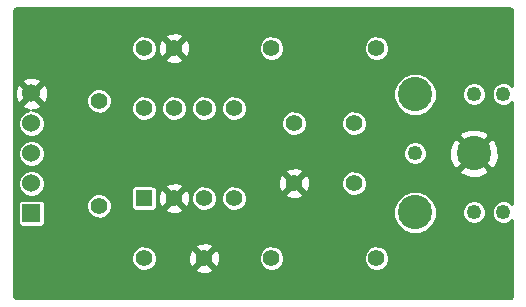
<source format=gbl>
G04 (created by PCBNEW (2013-07-07 BZR 4022)-stable) date 2/14/2015 6:51:15 PM*
%MOIN*%
G04 Gerber Fmt 3.4, Leading zero omitted, Abs format*
%FSLAX34Y34*%
G01*
G70*
G90*
G04 APERTURE LIST*
%ADD10C,0.00590551*%
%ADD11R,0.055X0.055*%
%ADD12C,0.055*%
%ADD13C,0.114173*%
%ADD14C,0.0492126*%
%ADD15R,0.06X0.06*%
%ADD16C,0.06*%
%ADD17C,0.01*%
G04 APERTURE END LIST*
G54D10*
G54D11*
X80000Y-65500D03*
G54D12*
X81000Y-65500D03*
X82000Y-65500D03*
X83000Y-65500D03*
X83000Y-62500D03*
X82000Y-62500D03*
X81000Y-62500D03*
X80000Y-62500D03*
X82000Y-67500D03*
X80000Y-67500D03*
X85000Y-63000D03*
X85000Y-65000D03*
X87000Y-65000D03*
X87000Y-63000D03*
G54D13*
X91000Y-64000D03*
X89031Y-62031D03*
X89031Y-65968D03*
G54D14*
X89031Y-64000D03*
X91000Y-65968D03*
X91000Y-62031D03*
X91984Y-62031D03*
X91984Y-65968D03*
G54D12*
X78500Y-62250D03*
X78500Y-65750D03*
X84250Y-60500D03*
X87750Y-60500D03*
X84250Y-67500D03*
X87750Y-67500D03*
G54D15*
X76250Y-66000D03*
G54D16*
X76250Y-65000D03*
X76250Y-64000D03*
X76250Y-63000D03*
X76250Y-62000D03*
G54D12*
X80000Y-60500D03*
X81000Y-60500D03*
G54D10*
G36*
X92280Y-68732D02*
X92271Y-68779D01*
X92254Y-68804D01*
X92229Y-68821D01*
X92183Y-68830D01*
X91511Y-68830D01*
X91511Y-64581D01*
X91000Y-64070D01*
X90929Y-64141D01*
X90929Y-64000D01*
X90418Y-63488D01*
X90294Y-63549D01*
X90175Y-63853D01*
X90182Y-64180D01*
X90294Y-64450D01*
X90418Y-64511D01*
X90929Y-64000D01*
X90929Y-64141D01*
X90488Y-64581D01*
X90549Y-64705D01*
X90853Y-64824D01*
X91180Y-64817D01*
X91450Y-64705D01*
X91511Y-64581D01*
X91511Y-68830D01*
X91396Y-68830D01*
X91396Y-65890D01*
X91335Y-65744D01*
X91224Y-65632D01*
X91079Y-65572D01*
X90921Y-65572D01*
X90775Y-65632D01*
X90664Y-65743D01*
X90604Y-65889D01*
X90603Y-66046D01*
X90664Y-66192D01*
X90775Y-66304D01*
X90920Y-66364D01*
X91078Y-66364D01*
X91224Y-66304D01*
X91335Y-66193D01*
X91395Y-66047D01*
X91396Y-65890D01*
X91396Y-68830D01*
X89752Y-68830D01*
X89752Y-65825D01*
X89752Y-61888D01*
X89642Y-61623D01*
X89440Y-61420D01*
X89175Y-61310D01*
X88888Y-61310D01*
X88623Y-61420D01*
X88420Y-61622D01*
X88310Y-61887D01*
X88310Y-62174D01*
X88420Y-62439D01*
X88622Y-62642D01*
X88887Y-62752D01*
X89174Y-62752D01*
X89439Y-62642D01*
X89642Y-62440D01*
X89752Y-62175D01*
X89752Y-61888D01*
X89752Y-65825D01*
X89642Y-65560D01*
X89440Y-65357D01*
X89427Y-65352D01*
X89427Y-63921D01*
X89367Y-63775D01*
X89256Y-63664D01*
X89110Y-63604D01*
X88953Y-63603D01*
X88807Y-63664D01*
X88695Y-63775D01*
X88635Y-63920D01*
X88635Y-64078D01*
X88695Y-64224D01*
X88806Y-64335D01*
X88952Y-64395D01*
X89109Y-64396D01*
X89255Y-64335D01*
X89367Y-64224D01*
X89427Y-64079D01*
X89427Y-63921D01*
X89427Y-65352D01*
X89175Y-65247D01*
X88888Y-65247D01*
X88623Y-65357D01*
X88420Y-65559D01*
X88310Y-65824D01*
X88310Y-66111D01*
X88420Y-66376D01*
X88622Y-66579D01*
X88887Y-66689D01*
X89174Y-66689D01*
X89439Y-66579D01*
X89642Y-66377D01*
X89752Y-66112D01*
X89752Y-65825D01*
X89752Y-68830D01*
X88175Y-68830D01*
X88175Y-67415D01*
X88175Y-60415D01*
X88110Y-60259D01*
X87991Y-60139D01*
X87834Y-60075D01*
X87665Y-60074D01*
X87509Y-60139D01*
X87389Y-60258D01*
X87325Y-60415D01*
X87324Y-60584D01*
X87389Y-60740D01*
X87508Y-60860D01*
X87665Y-60924D01*
X87834Y-60925D01*
X87990Y-60860D01*
X88110Y-60741D01*
X88174Y-60584D01*
X88175Y-60415D01*
X88175Y-67415D01*
X88110Y-67259D01*
X87991Y-67139D01*
X87834Y-67075D01*
X87665Y-67074D01*
X87509Y-67139D01*
X87425Y-67223D01*
X87425Y-64915D01*
X87425Y-62915D01*
X87360Y-62759D01*
X87241Y-62639D01*
X87084Y-62575D01*
X86915Y-62574D01*
X86759Y-62639D01*
X86639Y-62758D01*
X86575Y-62915D01*
X86574Y-63084D01*
X86639Y-63240D01*
X86758Y-63360D01*
X86915Y-63424D01*
X87084Y-63425D01*
X87240Y-63360D01*
X87360Y-63241D01*
X87424Y-63084D01*
X87425Y-62915D01*
X87425Y-64915D01*
X87360Y-64759D01*
X87241Y-64639D01*
X87084Y-64575D01*
X86915Y-64574D01*
X86759Y-64639D01*
X86639Y-64758D01*
X86575Y-64915D01*
X86574Y-65084D01*
X86639Y-65240D01*
X86758Y-65360D01*
X86915Y-65424D01*
X87084Y-65425D01*
X87240Y-65360D01*
X87360Y-65241D01*
X87424Y-65084D01*
X87425Y-64915D01*
X87425Y-67223D01*
X87389Y-67258D01*
X87325Y-67415D01*
X87324Y-67584D01*
X87389Y-67740D01*
X87508Y-67860D01*
X87665Y-67924D01*
X87834Y-67925D01*
X87990Y-67860D01*
X88110Y-67741D01*
X88174Y-67584D01*
X88175Y-67415D01*
X88175Y-68830D01*
X85529Y-68830D01*
X85529Y-65075D01*
X85518Y-64867D01*
X85460Y-64727D01*
X85425Y-64717D01*
X85425Y-62915D01*
X85360Y-62759D01*
X85241Y-62639D01*
X85084Y-62575D01*
X84915Y-62574D01*
X84759Y-62639D01*
X84675Y-62723D01*
X84675Y-60415D01*
X84610Y-60259D01*
X84491Y-60139D01*
X84334Y-60075D01*
X84165Y-60074D01*
X84009Y-60139D01*
X83889Y-60258D01*
X83825Y-60415D01*
X83824Y-60584D01*
X83889Y-60740D01*
X84008Y-60860D01*
X84165Y-60924D01*
X84334Y-60925D01*
X84490Y-60860D01*
X84610Y-60741D01*
X84674Y-60584D01*
X84675Y-60415D01*
X84675Y-62723D01*
X84639Y-62758D01*
X84575Y-62915D01*
X84574Y-63084D01*
X84639Y-63240D01*
X84758Y-63360D01*
X84915Y-63424D01*
X85084Y-63425D01*
X85240Y-63360D01*
X85360Y-63241D01*
X85424Y-63084D01*
X85425Y-62915D01*
X85425Y-64717D01*
X85367Y-64702D01*
X85297Y-64773D01*
X85297Y-64632D01*
X85272Y-64539D01*
X85075Y-64470D01*
X84867Y-64481D01*
X84727Y-64539D01*
X84702Y-64632D01*
X85000Y-64929D01*
X85297Y-64632D01*
X85297Y-64773D01*
X85070Y-65000D01*
X85367Y-65297D01*
X85460Y-65272D01*
X85529Y-65075D01*
X85529Y-68830D01*
X85297Y-68830D01*
X85297Y-65367D01*
X85000Y-65070D01*
X84929Y-65141D01*
X84929Y-65000D01*
X84632Y-64702D01*
X84539Y-64727D01*
X84470Y-64924D01*
X84481Y-65132D01*
X84539Y-65272D01*
X84632Y-65297D01*
X84929Y-65000D01*
X84929Y-65141D01*
X84702Y-65367D01*
X84727Y-65460D01*
X84924Y-65529D01*
X85132Y-65518D01*
X85272Y-65460D01*
X85297Y-65367D01*
X85297Y-68830D01*
X84675Y-68830D01*
X84675Y-67415D01*
X84610Y-67259D01*
X84491Y-67139D01*
X84334Y-67075D01*
X84165Y-67074D01*
X84009Y-67139D01*
X83889Y-67258D01*
X83825Y-67415D01*
X83824Y-67584D01*
X83889Y-67740D01*
X84008Y-67860D01*
X84165Y-67924D01*
X84334Y-67925D01*
X84490Y-67860D01*
X84610Y-67741D01*
X84674Y-67584D01*
X84675Y-67415D01*
X84675Y-68830D01*
X83425Y-68830D01*
X83425Y-65415D01*
X83425Y-62415D01*
X83360Y-62259D01*
X83241Y-62139D01*
X83084Y-62075D01*
X82915Y-62074D01*
X82759Y-62139D01*
X82639Y-62258D01*
X82575Y-62415D01*
X82574Y-62584D01*
X82639Y-62740D01*
X82758Y-62860D01*
X82915Y-62924D01*
X83084Y-62925D01*
X83240Y-62860D01*
X83360Y-62741D01*
X83424Y-62584D01*
X83425Y-62415D01*
X83425Y-65415D01*
X83360Y-65259D01*
X83241Y-65139D01*
X83084Y-65075D01*
X82915Y-65074D01*
X82759Y-65139D01*
X82639Y-65258D01*
X82575Y-65415D01*
X82574Y-65584D01*
X82639Y-65740D01*
X82758Y-65860D01*
X82915Y-65924D01*
X83084Y-65925D01*
X83240Y-65860D01*
X83360Y-65741D01*
X83424Y-65584D01*
X83425Y-65415D01*
X83425Y-68830D01*
X82529Y-68830D01*
X82529Y-67575D01*
X82518Y-67367D01*
X82460Y-67227D01*
X82425Y-67217D01*
X82425Y-65415D01*
X82425Y-62415D01*
X82360Y-62259D01*
X82241Y-62139D01*
X82084Y-62075D01*
X81915Y-62074D01*
X81759Y-62139D01*
X81639Y-62258D01*
X81575Y-62415D01*
X81574Y-62584D01*
X81639Y-62740D01*
X81758Y-62860D01*
X81915Y-62924D01*
X82084Y-62925D01*
X82240Y-62860D01*
X82360Y-62741D01*
X82424Y-62584D01*
X82425Y-62415D01*
X82425Y-65415D01*
X82360Y-65259D01*
X82241Y-65139D01*
X82084Y-65075D01*
X81915Y-65074D01*
X81759Y-65139D01*
X81639Y-65258D01*
X81575Y-65415D01*
X81574Y-65584D01*
X81639Y-65740D01*
X81758Y-65860D01*
X81915Y-65924D01*
X82084Y-65925D01*
X82240Y-65860D01*
X82360Y-65741D01*
X82424Y-65584D01*
X82425Y-65415D01*
X82425Y-67217D01*
X82367Y-67202D01*
X82297Y-67273D01*
X82297Y-67132D01*
X82272Y-67039D01*
X82075Y-66970D01*
X81867Y-66981D01*
X81727Y-67039D01*
X81702Y-67132D01*
X82000Y-67429D01*
X82297Y-67132D01*
X82297Y-67273D01*
X82070Y-67500D01*
X82367Y-67797D01*
X82460Y-67772D01*
X82529Y-67575D01*
X82529Y-68830D01*
X82297Y-68830D01*
X82297Y-67867D01*
X82000Y-67570D01*
X81929Y-67641D01*
X81929Y-67500D01*
X81632Y-67202D01*
X81539Y-67227D01*
X81529Y-67254D01*
X81529Y-65575D01*
X81529Y-60575D01*
X81518Y-60367D01*
X81460Y-60227D01*
X81367Y-60202D01*
X81297Y-60273D01*
X81297Y-60132D01*
X81272Y-60039D01*
X81075Y-59970D01*
X80867Y-59981D01*
X80727Y-60039D01*
X80702Y-60132D01*
X81000Y-60429D01*
X81297Y-60132D01*
X81297Y-60273D01*
X81070Y-60500D01*
X81367Y-60797D01*
X81460Y-60772D01*
X81529Y-60575D01*
X81529Y-65575D01*
X81518Y-65367D01*
X81460Y-65227D01*
X81425Y-65217D01*
X81425Y-62415D01*
X81360Y-62259D01*
X81297Y-62196D01*
X81297Y-60867D01*
X81000Y-60570D01*
X80929Y-60641D01*
X80929Y-60500D01*
X80632Y-60202D01*
X80539Y-60227D01*
X80470Y-60424D01*
X80481Y-60632D01*
X80539Y-60772D01*
X80632Y-60797D01*
X80929Y-60500D01*
X80929Y-60641D01*
X80702Y-60867D01*
X80727Y-60960D01*
X80924Y-61029D01*
X81132Y-61018D01*
X81272Y-60960D01*
X81297Y-60867D01*
X81297Y-62196D01*
X81241Y-62139D01*
X81084Y-62075D01*
X80915Y-62074D01*
X80759Y-62139D01*
X80639Y-62258D01*
X80575Y-62415D01*
X80574Y-62584D01*
X80639Y-62740D01*
X80758Y-62860D01*
X80915Y-62924D01*
X81084Y-62925D01*
X81240Y-62860D01*
X81360Y-62741D01*
X81424Y-62584D01*
X81425Y-62415D01*
X81425Y-65217D01*
X81367Y-65202D01*
X81297Y-65273D01*
X81297Y-65132D01*
X81272Y-65039D01*
X81075Y-64970D01*
X80867Y-64981D01*
X80727Y-65039D01*
X80702Y-65132D01*
X81000Y-65429D01*
X81297Y-65132D01*
X81297Y-65273D01*
X81070Y-65500D01*
X81367Y-65797D01*
X81460Y-65772D01*
X81529Y-65575D01*
X81529Y-67254D01*
X81470Y-67424D01*
X81481Y-67632D01*
X81539Y-67772D01*
X81632Y-67797D01*
X81929Y-67500D01*
X81929Y-67641D01*
X81702Y-67867D01*
X81727Y-67960D01*
X81924Y-68029D01*
X82132Y-68018D01*
X82272Y-67960D01*
X82297Y-67867D01*
X82297Y-68830D01*
X81297Y-68830D01*
X81297Y-65867D01*
X81000Y-65570D01*
X80929Y-65641D01*
X80929Y-65500D01*
X80632Y-65202D01*
X80539Y-65227D01*
X80470Y-65424D01*
X80481Y-65632D01*
X80539Y-65772D01*
X80632Y-65797D01*
X80929Y-65500D01*
X80929Y-65641D01*
X80702Y-65867D01*
X80727Y-65960D01*
X80924Y-66029D01*
X81132Y-66018D01*
X81272Y-65960D01*
X81297Y-65867D01*
X81297Y-68830D01*
X80425Y-68830D01*
X80425Y-67415D01*
X80425Y-62415D01*
X80425Y-60415D01*
X80360Y-60259D01*
X80241Y-60139D01*
X80084Y-60075D01*
X79915Y-60074D01*
X79759Y-60139D01*
X79639Y-60258D01*
X79575Y-60415D01*
X79574Y-60584D01*
X79639Y-60740D01*
X79758Y-60860D01*
X79915Y-60924D01*
X80084Y-60925D01*
X80240Y-60860D01*
X80360Y-60741D01*
X80424Y-60584D01*
X80425Y-60415D01*
X80425Y-62415D01*
X80360Y-62259D01*
X80241Y-62139D01*
X80084Y-62075D01*
X79915Y-62074D01*
X79759Y-62139D01*
X79639Y-62258D01*
X79575Y-62415D01*
X79574Y-62584D01*
X79639Y-62740D01*
X79758Y-62860D01*
X79915Y-62924D01*
X80084Y-62925D01*
X80240Y-62860D01*
X80360Y-62741D01*
X80424Y-62584D01*
X80425Y-62415D01*
X80425Y-67415D01*
X80425Y-67415D01*
X80425Y-65745D01*
X80425Y-65195D01*
X80402Y-65140D01*
X80360Y-65097D01*
X80304Y-65075D01*
X80245Y-65074D01*
X79695Y-65074D01*
X79640Y-65097D01*
X79597Y-65139D01*
X79575Y-65195D01*
X79574Y-65254D01*
X79574Y-65804D01*
X79597Y-65859D01*
X79639Y-65902D01*
X79695Y-65924D01*
X79754Y-65925D01*
X80304Y-65925D01*
X80359Y-65902D01*
X80402Y-65860D01*
X80424Y-65804D01*
X80425Y-65745D01*
X80425Y-67415D01*
X80360Y-67259D01*
X80241Y-67139D01*
X80084Y-67075D01*
X79915Y-67074D01*
X79759Y-67139D01*
X79639Y-67258D01*
X79575Y-67415D01*
X79574Y-67584D01*
X79639Y-67740D01*
X79758Y-67860D01*
X79915Y-67924D01*
X80084Y-67925D01*
X80240Y-67860D01*
X80360Y-67741D01*
X80424Y-67584D01*
X80425Y-67415D01*
X80425Y-68830D01*
X78925Y-68830D01*
X78925Y-65665D01*
X78925Y-62165D01*
X78860Y-62009D01*
X78741Y-61889D01*
X78584Y-61825D01*
X78415Y-61824D01*
X78259Y-61889D01*
X78139Y-62008D01*
X78075Y-62165D01*
X78074Y-62334D01*
X78139Y-62490D01*
X78258Y-62610D01*
X78415Y-62674D01*
X78584Y-62675D01*
X78740Y-62610D01*
X78860Y-62491D01*
X78924Y-62334D01*
X78925Y-62165D01*
X78925Y-65665D01*
X78860Y-65509D01*
X78741Y-65389D01*
X78584Y-65325D01*
X78415Y-65324D01*
X78259Y-65389D01*
X78139Y-65508D01*
X78075Y-65665D01*
X78074Y-65834D01*
X78139Y-65990D01*
X78258Y-66110D01*
X78415Y-66174D01*
X78584Y-66175D01*
X78740Y-66110D01*
X78860Y-65991D01*
X78924Y-65834D01*
X78925Y-65665D01*
X78925Y-68830D01*
X76804Y-68830D01*
X76804Y-62081D01*
X76793Y-61863D01*
X76731Y-61712D01*
X76635Y-61684D01*
X76565Y-61755D01*
X76565Y-61614D01*
X76537Y-61518D01*
X76331Y-61445D01*
X76113Y-61456D01*
X75962Y-61518D01*
X75934Y-61614D01*
X76250Y-61929D01*
X76565Y-61614D01*
X76565Y-61755D01*
X76320Y-62000D01*
X76635Y-62315D01*
X76731Y-62287D01*
X76804Y-62081D01*
X76804Y-68830D01*
X76700Y-68830D01*
X76700Y-64910D01*
X76700Y-63910D01*
X76700Y-62910D01*
X76631Y-62745D01*
X76505Y-62618D01*
X76339Y-62550D01*
X76263Y-62550D01*
X76386Y-62543D01*
X76537Y-62481D01*
X76565Y-62385D01*
X76250Y-62070D01*
X76179Y-62141D01*
X76179Y-62000D01*
X75864Y-61684D01*
X75768Y-61712D01*
X75695Y-61918D01*
X75706Y-62136D01*
X75768Y-62287D01*
X75864Y-62315D01*
X76179Y-62000D01*
X76179Y-62141D01*
X75934Y-62385D01*
X75962Y-62481D01*
X76157Y-62551D01*
X75995Y-62618D01*
X75868Y-62744D01*
X75800Y-62910D01*
X75799Y-63089D01*
X75868Y-63254D01*
X75994Y-63381D01*
X76160Y-63449D01*
X76339Y-63450D01*
X76504Y-63381D01*
X76631Y-63255D01*
X76699Y-63089D01*
X76700Y-62910D01*
X76700Y-63910D01*
X76631Y-63745D01*
X76505Y-63618D01*
X76339Y-63550D01*
X76160Y-63549D01*
X75995Y-63618D01*
X75868Y-63744D01*
X75800Y-63910D01*
X75799Y-64089D01*
X75868Y-64254D01*
X75994Y-64381D01*
X76160Y-64449D01*
X76339Y-64450D01*
X76504Y-64381D01*
X76631Y-64255D01*
X76699Y-64089D01*
X76700Y-63910D01*
X76700Y-64910D01*
X76631Y-64745D01*
X76505Y-64618D01*
X76339Y-64550D01*
X76160Y-64549D01*
X75995Y-64618D01*
X75868Y-64744D01*
X75800Y-64910D01*
X75799Y-65089D01*
X75868Y-65254D01*
X75994Y-65381D01*
X76160Y-65449D01*
X76339Y-65450D01*
X76504Y-65381D01*
X76631Y-65255D01*
X76699Y-65089D01*
X76700Y-64910D01*
X76700Y-68830D01*
X76700Y-68830D01*
X76700Y-66270D01*
X76700Y-65670D01*
X76677Y-65615D01*
X76635Y-65572D01*
X76579Y-65550D01*
X76520Y-65549D01*
X75920Y-65549D01*
X75865Y-65572D01*
X75822Y-65614D01*
X75800Y-65670D01*
X75799Y-65729D01*
X75799Y-66329D01*
X75822Y-66384D01*
X75864Y-66427D01*
X75920Y-66449D01*
X75979Y-66450D01*
X76579Y-66450D01*
X76634Y-66427D01*
X76677Y-66385D01*
X76699Y-66329D01*
X76700Y-66270D01*
X76700Y-68830D01*
X75767Y-68830D01*
X75720Y-68821D01*
X75695Y-68804D01*
X75678Y-68779D01*
X75669Y-68733D01*
X75669Y-59250D01*
X75681Y-59212D01*
X75700Y-59189D01*
X75727Y-59175D01*
X75783Y-59169D01*
X92183Y-59169D01*
X92229Y-59178D01*
X92254Y-59195D01*
X92271Y-59220D01*
X92280Y-59267D01*
X92280Y-61767D01*
X92208Y-61695D01*
X92063Y-61635D01*
X91905Y-61635D01*
X91760Y-61695D01*
X91648Y-61806D01*
X91588Y-61952D01*
X91588Y-62109D01*
X91648Y-62255D01*
X91759Y-62367D01*
X91905Y-62427D01*
X92062Y-62427D01*
X92208Y-62367D01*
X92280Y-62295D01*
X92280Y-65704D01*
X92208Y-65632D01*
X92063Y-65572D01*
X91905Y-65572D01*
X91824Y-65606D01*
X91824Y-64146D01*
X91817Y-63819D01*
X91705Y-63549D01*
X91581Y-63488D01*
X91511Y-63559D01*
X91511Y-63418D01*
X91450Y-63294D01*
X91396Y-63273D01*
X91396Y-61953D01*
X91335Y-61807D01*
X91224Y-61695D01*
X91079Y-61635D01*
X90921Y-61635D01*
X90775Y-61695D01*
X90664Y-61806D01*
X90604Y-61952D01*
X90603Y-62109D01*
X90664Y-62255D01*
X90775Y-62367D01*
X90920Y-62427D01*
X91078Y-62427D01*
X91224Y-62367D01*
X91335Y-62256D01*
X91395Y-62110D01*
X91396Y-61953D01*
X91396Y-63273D01*
X91146Y-63175D01*
X90819Y-63182D01*
X90549Y-63294D01*
X90488Y-63418D01*
X91000Y-63929D01*
X91511Y-63418D01*
X91511Y-63559D01*
X91070Y-64000D01*
X91581Y-64511D01*
X91705Y-64450D01*
X91824Y-64146D01*
X91824Y-65606D01*
X91760Y-65632D01*
X91648Y-65743D01*
X91588Y-65889D01*
X91588Y-66046D01*
X91648Y-66192D01*
X91759Y-66304D01*
X91905Y-66364D01*
X92062Y-66364D01*
X92208Y-66304D01*
X92280Y-66232D01*
X92280Y-68732D01*
X92280Y-68732D01*
G37*
G54D17*
X92280Y-68732D02*
X92271Y-68779D01*
X92254Y-68804D01*
X92229Y-68821D01*
X92183Y-68830D01*
X91511Y-68830D01*
X91511Y-64581D01*
X91000Y-64070D01*
X90929Y-64141D01*
X90929Y-64000D01*
X90418Y-63488D01*
X90294Y-63549D01*
X90175Y-63853D01*
X90182Y-64180D01*
X90294Y-64450D01*
X90418Y-64511D01*
X90929Y-64000D01*
X90929Y-64141D01*
X90488Y-64581D01*
X90549Y-64705D01*
X90853Y-64824D01*
X91180Y-64817D01*
X91450Y-64705D01*
X91511Y-64581D01*
X91511Y-68830D01*
X91396Y-68830D01*
X91396Y-65890D01*
X91335Y-65744D01*
X91224Y-65632D01*
X91079Y-65572D01*
X90921Y-65572D01*
X90775Y-65632D01*
X90664Y-65743D01*
X90604Y-65889D01*
X90603Y-66046D01*
X90664Y-66192D01*
X90775Y-66304D01*
X90920Y-66364D01*
X91078Y-66364D01*
X91224Y-66304D01*
X91335Y-66193D01*
X91395Y-66047D01*
X91396Y-65890D01*
X91396Y-68830D01*
X89752Y-68830D01*
X89752Y-65825D01*
X89752Y-61888D01*
X89642Y-61623D01*
X89440Y-61420D01*
X89175Y-61310D01*
X88888Y-61310D01*
X88623Y-61420D01*
X88420Y-61622D01*
X88310Y-61887D01*
X88310Y-62174D01*
X88420Y-62439D01*
X88622Y-62642D01*
X88887Y-62752D01*
X89174Y-62752D01*
X89439Y-62642D01*
X89642Y-62440D01*
X89752Y-62175D01*
X89752Y-61888D01*
X89752Y-65825D01*
X89642Y-65560D01*
X89440Y-65357D01*
X89427Y-65352D01*
X89427Y-63921D01*
X89367Y-63775D01*
X89256Y-63664D01*
X89110Y-63604D01*
X88953Y-63603D01*
X88807Y-63664D01*
X88695Y-63775D01*
X88635Y-63920D01*
X88635Y-64078D01*
X88695Y-64224D01*
X88806Y-64335D01*
X88952Y-64395D01*
X89109Y-64396D01*
X89255Y-64335D01*
X89367Y-64224D01*
X89427Y-64079D01*
X89427Y-63921D01*
X89427Y-65352D01*
X89175Y-65247D01*
X88888Y-65247D01*
X88623Y-65357D01*
X88420Y-65559D01*
X88310Y-65824D01*
X88310Y-66111D01*
X88420Y-66376D01*
X88622Y-66579D01*
X88887Y-66689D01*
X89174Y-66689D01*
X89439Y-66579D01*
X89642Y-66377D01*
X89752Y-66112D01*
X89752Y-65825D01*
X89752Y-68830D01*
X88175Y-68830D01*
X88175Y-67415D01*
X88175Y-60415D01*
X88110Y-60259D01*
X87991Y-60139D01*
X87834Y-60075D01*
X87665Y-60074D01*
X87509Y-60139D01*
X87389Y-60258D01*
X87325Y-60415D01*
X87324Y-60584D01*
X87389Y-60740D01*
X87508Y-60860D01*
X87665Y-60924D01*
X87834Y-60925D01*
X87990Y-60860D01*
X88110Y-60741D01*
X88174Y-60584D01*
X88175Y-60415D01*
X88175Y-67415D01*
X88110Y-67259D01*
X87991Y-67139D01*
X87834Y-67075D01*
X87665Y-67074D01*
X87509Y-67139D01*
X87425Y-67223D01*
X87425Y-64915D01*
X87425Y-62915D01*
X87360Y-62759D01*
X87241Y-62639D01*
X87084Y-62575D01*
X86915Y-62574D01*
X86759Y-62639D01*
X86639Y-62758D01*
X86575Y-62915D01*
X86574Y-63084D01*
X86639Y-63240D01*
X86758Y-63360D01*
X86915Y-63424D01*
X87084Y-63425D01*
X87240Y-63360D01*
X87360Y-63241D01*
X87424Y-63084D01*
X87425Y-62915D01*
X87425Y-64915D01*
X87360Y-64759D01*
X87241Y-64639D01*
X87084Y-64575D01*
X86915Y-64574D01*
X86759Y-64639D01*
X86639Y-64758D01*
X86575Y-64915D01*
X86574Y-65084D01*
X86639Y-65240D01*
X86758Y-65360D01*
X86915Y-65424D01*
X87084Y-65425D01*
X87240Y-65360D01*
X87360Y-65241D01*
X87424Y-65084D01*
X87425Y-64915D01*
X87425Y-67223D01*
X87389Y-67258D01*
X87325Y-67415D01*
X87324Y-67584D01*
X87389Y-67740D01*
X87508Y-67860D01*
X87665Y-67924D01*
X87834Y-67925D01*
X87990Y-67860D01*
X88110Y-67741D01*
X88174Y-67584D01*
X88175Y-67415D01*
X88175Y-68830D01*
X85529Y-68830D01*
X85529Y-65075D01*
X85518Y-64867D01*
X85460Y-64727D01*
X85425Y-64717D01*
X85425Y-62915D01*
X85360Y-62759D01*
X85241Y-62639D01*
X85084Y-62575D01*
X84915Y-62574D01*
X84759Y-62639D01*
X84675Y-62723D01*
X84675Y-60415D01*
X84610Y-60259D01*
X84491Y-60139D01*
X84334Y-60075D01*
X84165Y-60074D01*
X84009Y-60139D01*
X83889Y-60258D01*
X83825Y-60415D01*
X83824Y-60584D01*
X83889Y-60740D01*
X84008Y-60860D01*
X84165Y-60924D01*
X84334Y-60925D01*
X84490Y-60860D01*
X84610Y-60741D01*
X84674Y-60584D01*
X84675Y-60415D01*
X84675Y-62723D01*
X84639Y-62758D01*
X84575Y-62915D01*
X84574Y-63084D01*
X84639Y-63240D01*
X84758Y-63360D01*
X84915Y-63424D01*
X85084Y-63425D01*
X85240Y-63360D01*
X85360Y-63241D01*
X85424Y-63084D01*
X85425Y-62915D01*
X85425Y-64717D01*
X85367Y-64702D01*
X85297Y-64773D01*
X85297Y-64632D01*
X85272Y-64539D01*
X85075Y-64470D01*
X84867Y-64481D01*
X84727Y-64539D01*
X84702Y-64632D01*
X85000Y-64929D01*
X85297Y-64632D01*
X85297Y-64773D01*
X85070Y-65000D01*
X85367Y-65297D01*
X85460Y-65272D01*
X85529Y-65075D01*
X85529Y-68830D01*
X85297Y-68830D01*
X85297Y-65367D01*
X85000Y-65070D01*
X84929Y-65141D01*
X84929Y-65000D01*
X84632Y-64702D01*
X84539Y-64727D01*
X84470Y-64924D01*
X84481Y-65132D01*
X84539Y-65272D01*
X84632Y-65297D01*
X84929Y-65000D01*
X84929Y-65141D01*
X84702Y-65367D01*
X84727Y-65460D01*
X84924Y-65529D01*
X85132Y-65518D01*
X85272Y-65460D01*
X85297Y-65367D01*
X85297Y-68830D01*
X84675Y-68830D01*
X84675Y-67415D01*
X84610Y-67259D01*
X84491Y-67139D01*
X84334Y-67075D01*
X84165Y-67074D01*
X84009Y-67139D01*
X83889Y-67258D01*
X83825Y-67415D01*
X83824Y-67584D01*
X83889Y-67740D01*
X84008Y-67860D01*
X84165Y-67924D01*
X84334Y-67925D01*
X84490Y-67860D01*
X84610Y-67741D01*
X84674Y-67584D01*
X84675Y-67415D01*
X84675Y-68830D01*
X83425Y-68830D01*
X83425Y-65415D01*
X83425Y-62415D01*
X83360Y-62259D01*
X83241Y-62139D01*
X83084Y-62075D01*
X82915Y-62074D01*
X82759Y-62139D01*
X82639Y-62258D01*
X82575Y-62415D01*
X82574Y-62584D01*
X82639Y-62740D01*
X82758Y-62860D01*
X82915Y-62924D01*
X83084Y-62925D01*
X83240Y-62860D01*
X83360Y-62741D01*
X83424Y-62584D01*
X83425Y-62415D01*
X83425Y-65415D01*
X83360Y-65259D01*
X83241Y-65139D01*
X83084Y-65075D01*
X82915Y-65074D01*
X82759Y-65139D01*
X82639Y-65258D01*
X82575Y-65415D01*
X82574Y-65584D01*
X82639Y-65740D01*
X82758Y-65860D01*
X82915Y-65924D01*
X83084Y-65925D01*
X83240Y-65860D01*
X83360Y-65741D01*
X83424Y-65584D01*
X83425Y-65415D01*
X83425Y-68830D01*
X82529Y-68830D01*
X82529Y-67575D01*
X82518Y-67367D01*
X82460Y-67227D01*
X82425Y-67217D01*
X82425Y-65415D01*
X82425Y-62415D01*
X82360Y-62259D01*
X82241Y-62139D01*
X82084Y-62075D01*
X81915Y-62074D01*
X81759Y-62139D01*
X81639Y-62258D01*
X81575Y-62415D01*
X81574Y-62584D01*
X81639Y-62740D01*
X81758Y-62860D01*
X81915Y-62924D01*
X82084Y-62925D01*
X82240Y-62860D01*
X82360Y-62741D01*
X82424Y-62584D01*
X82425Y-62415D01*
X82425Y-65415D01*
X82360Y-65259D01*
X82241Y-65139D01*
X82084Y-65075D01*
X81915Y-65074D01*
X81759Y-65139D01*
X81639Y-65258D01*
X81575Y-65415D01*
X81574Y-65584D01*
X81639Y-65740D01*
X81758Y-65860D01*
X81915Y-65924D01*
X82084Y-65925D01*
X82240Y-65860D01*
X82360Y-65741D01*
X82424Y-65584D01*
X82425Y-65415D01*
X82425Y-67217D01*
X82367Y-67202D01*
X82297Y-67273D01*
X82297Y-67132D01*
X82272Y-67039D01*
X82075Y-66970D01*
X81867Y-66981D01*
X81727Y-67039D01*
X81702Y-67132D01*
X82000Y-67429D01*
X82297Y-67132D01*
X82297Y-67273D01*
X82070Y-67500D01*
X82367Y-67797D01*
X82460Y-67772D01*
X82529Y-67575D01*
X82529Y-68830D01*
X82297Y-68830D01*
X82297Y-67867D01*
X82000Y-67570D01*
X81929Y-67641D01*
X81929Y-67500D01*
X81632Y-67202D01*
X81539Y-67227D01*
X81529Y-67254D01*
X81529Y-65575D01*
X81529Y-60575D01*
X81518Y-60367D01*
X81460Y-60227D01*
X81367Y-60202D01*
X81297Y-60273D01*
X81297Y-60132D01*
X81272Y-60039D01*
X81075Y-59970D01*
X80867Y-59981D01*
X80727Y-60039D01*
X80702Y-60132D01*
X81000Y-60429D01*
X81297Y-60132D01*
X81297Y-60273D01*
X81070Y-60500D01*
X81367Y-60797D01*
X81460Y-60772D01*
X81529Y-60575D01*
X81529Y-65575D01*
X81518Y-65367D01*
X81460Y-65227D01*
X81425Y-65217D01*
X81425Y-62415D01*
X81360Y-62259D01*
X81297Y-62196D01*
X81297Y-60867D01*
X81000Y-60570D01*
X80929Y-60641D01*
X80929Y-60500D01*
X80632Y-60202D01*
X80539Y-60227D01*
X80470Y-60424D01*
X80481Y-60632D01*
X80539Y-60772D01*
X80632Y-60797D01*
X80929Y-60500D01*
X80929Y-60641D01*
X80702Y-60867D01*
X80727Y-60960D01*
X80924Y-61029D01*
X81132Y-61018D01*
X81272Y-60960D01*
X81297Y-60867D01*
X81297Y-62196D01*
X81241Y-62139D01*
X81084Y-62075D01*
X80915Y-62074D01*
X80759Y-62139D01*
X80639Y-62258D01*
X80575Y-62415D01*
X80574Y-62584D01*
X80639Y-62740D01*
X80758Y-62860D01*
X80915Y-62924D01*
X81084Y-62925D01*
X81240Y-62860D01*
X81360Y-62741D01*
X81424Y-62584D01*
X81425Y-62415D01*
X81425Y-65217D01*
X81367Y-65202D01*
X81297Y-65273D01*
X81297Y-65132D01*
X81272Y-65039D01*
X81075Y-64970D01*
X80867Y-64981D01*
X80727Y-65039D01*
X80702Y-65132D01*
X81000Y-65429D01*
X81297Y-65132D01*
X81297Y-65273D01*
X81070Y-65500D01*
X81367Y-65797D01*
X81460Y-65772D01*
X81529Y-65575D01*
X81529Y-67254D01*
X81470Y-67424D01*
X81481Y-67632D01*
X81539Y-67772D01*
X81632Y-67797D01*
X81929Y-67500D01*
X81929Y-67641D01*
X81702Y-67867D01*
X81727Y-67960D01*
X81924Y-68029D01*
X82132Y-68018D01*
X82272Y-67960D01*
X82297Y-67867D01*
X82297Y-68830D01*
X81297Y-68830D01*
X81297Y-65867D01*
X81000Y-65570D01*
X80929Y-65641D01*
X80929Y-65500D01*
X80632Y-65202D01*
X80539Y-65227D01*
X80470Y-65424D01*
X80481Y-65632D01*
X80539Y-65772D01*
X80632Y-65797D01*
X80929Y-65500D01*
X80929Y-65641D01*
X80702Y-65867D01*
X80727Y-65960D01*
X80924Y-66029D01*
X81132Y-66018D01*
X81272Y-65960D01*
X81297Y-65867D01*
X81297Y-68830D01*
X80425Y-68830D01*
X80425Y-67415D01*
X80425Y-62415D01*
X80425Y-60415D01*
X80360Y-60259D01*
X80241Y-60139D01*
X80084Y-60075D01*
X79915Y-60074D01*
X79759Y-60139D01*
X79639Y-60258D01*
X79575Y-60415D01*
X79574Y-60584D01*
X79639Y-60740D01*
X79758Y-60860D01*
X79915Y-60924D01*
X80084Y-60925D01*
X80240Y-60860D01*
X80360Y-60741D01*
X80424Y-60584D01*
X80425Y-60415D01*
X80425Y-62415D01*
X80360Y-62259D01*
X80241Y-62139D01*
X80084Y-62075D01*
X79915Y-62074D01*
X79759Y-62139D01*
X79639Y-62258D01*
X79575Y-62415D01*
X79574Y-62584D01*
X79639Y-62740D01*
X79758Y-62860D01*
X79915Y-62924D01*
X80084Y-62925D01*
X80240Y-62860D01*
X80360Y-62741D01*
X80424Y-62584D01*
X80425Y-62415D01*
X80425Y-67415D01*
X80425Y-67415D01*
X80425Y-65745D01*
X80425Y-65195D01*
X80402Y-65140D01*
X80360Y-65097D01*
X80304Y-65075D01*
X80245Y-65074D01*
X79695Y-65074D01*
X79640Y-65097D01*
X79597Y-65139D01*
X79575Y-65195D01*
X79574Y-65254D01*
X79574Y-65804D01*
X79597Y-65859D01*
X79639Y-65902D01*
X79695Y-65924D01*
X79754Y-65925D01*
X80304Y-65925D01*
X80359Y-65902D01*
X80402Y-65860D01*
X80424Y-65804D01*
X80425Y-65745D01*
X80425Y-67415D01*
X80360Y-67259D01*
X80241Y-67139D01*
X80084Y-67075D01*
X79915Y-67074D01*
X79759Y-67139D01*
X79639Y-67258D01*
X79575Y-67415D01*
X79574Y-67584D01*
X79639Y-67740D01*
X79758Y-67860D01*
X79915Y-67924D01*
X80084Y-67925D01*
X80240Y-67860D01*
X80360Y-67741D01*
X80424Y-67584D01*
X80425Y-67415D01*
X80425Y-68830D01*
X78925Y-68830D01*
X78925Y-65665D01*
X78925Y-62165D01*
X78860Y-62009D01*
X78741Y-61889D01*
X78584Y-61825D01*
X78415Y-61824D01*
X78259Y-61889D01*
X78139Y-62008D01*
X78075Y-62165D01*
X78074Y-62334D01*
X78139Y-62490D01*
X78258Y-62610D01*
X78415Y-62674D01*
X78584Y-62675D01*
X78740Y-62610D01*
X78860Y-62491D01*
X78924Y-62334D01*
X78925Y-62165D01*
X78925Y-65665D01*
X78860Y-65509D01*
X78741Y-65389D01*
X78584Y-65325D01*
X78415Y-65324D01*
X78259Y-65389D01*
X78139Y-65508D01*
X78075Y-65665D01*
X78074Y-65834D01*
X78139Y-65990D01*
X78258Y-66110D01*
X78415Y-66174D01*
X78584Y-66175D01*
X78740Y-66110D01*
X78860Y-65991D01*
X78924Y-65834D01*
X78925Y-65665D01*
X78925Y-68830D01*
X76804Y-68830D01*
X76804Y-62081D01*
X76793Y-61863D01*
X76731Y-61712D01*
X76635Y-61684D01*
X76565Y-61755D01*
X76565Y-61614D01*
X76537Y-61518D01*
X76331Y-61445D01*
X76113Y-61456D01*
X75962Y-61518D01*
X75934Y-61614D01*
X76250Y-61929D01*
X76565Y-61614D01*
X76565Y-61755D01*
X76320Y-62000D01*
X76635Y-62315D01*
X76731Y-62287D01*
X76804Y-62081D01*
X76804Y-68830D01*
X76700Y-68830D01*
X76700Y-64910D01*
X76700Y-63910D01*
X76700Y-62910D01*
X76631Y-62745D01*
X76505Y-62618D01*
X76339Y-62550D01*
X76263Y-62550D01*
X76386Y-62543D01*
X76537Y-62481D01*
X76565Y-62385D01*
X76250Y-62070D01*
X76179Y-62141D01*
X76179Y-62000D01*
X75864Y-61684D01*
X75768Y-61712D01*
X75695Y-61918D01*
X75706Y-62136D01*
X75768Y-62287D01*
X75864Y-62315D01*
X76179Y-62000D01*
X76179Y-62141D01*
X75934Y-62385D01*
X75962Y-62481D01*
X76157Y-62551D01*
X75995Y-62618D01*
X75868Y-62744D01*
X75800Y-62910D01*
X75799Y-63089D01*
X75868Y-63254D01*
X75994Y-63381D01*
X76160Y-63449D01*
X76339Y-63450D01*
X76504Y-63381D01*
X76631Y-63255D01*
X76699Y-63089D01*
X76700Y-62910D01*
X76700Y-63910D01*
X76631Y-63745D01*
X76505Y-63618D01*
X76339Y-63550D01*
X76160Y-63549D01*
X75995Y-63618D01*
X75868Y-63744D01*
X75800Y-63910D01*
X75799Y-64089D01*
X75868Y-64254D01*
X75994Y-64381D01*
X76160Y-64449D01*
X76339Y-64450D01*
X76504Y-64381D01*
X76631Y-64255D01*
X76699Y-64089D01*
X76700Y-63910D01*
X76700Y-64910D01*
X76631Y-64745D01*
X76505Y-64618D01*
X76339Y-64550D01*
X76160Y-64549D01*
X75995Y-64618D01*
X75868Y-64744D01*
X75800Y-64910D01*
X75799Y-65089D01*
X75868Y-65254D01*
X75994Y-65381D01*
X76160Y-65449D01*
X76339Y-65450D01*
X76504Y-65381D01*
X76631Y-65255D01*
X76699Y-65089D01*
X76700Y-64910D01*
X76700Y-68830D01*
X76700Y-68830D01*
X76700Y-66270D01*
X76700Y-65670D01*
X76677Y-65615D01*
X76635Y-65572D01*
X76579Y-65550D01*
X76520Y-65549D01*
X75920Y-65549D01*
X75865Y-65572D01*
X75822Y-65614D01*
X75800Y-65670D01*
X75799Y-65729D01*
X75799Y-66329D01*
X75822Y-66384D01*
X75864Y-66427D01*
X75920Y-66449D01*
X75979Y-66450D01*
X76579Y-66450D01*
X76634Y-66427D01*
X76677Y-66385D01*
X76699Y-66329D01*
X76700Y-66270D01*
X76700Y-68830D01*
X75767Y-68830D01*
X75720Y-68821D01*
X75695Y-68804D01*
X75678Y-68779D01*
X75669Y-68733D01*
X75669Y-59250D01*
X75681Y-59212D01*
X75700Y-59189D01*
X75727Y-59175D01*
X75783Y-59169D01*
X92183Y-59169D01*
X92229Y-59178D01*
X92254Y-59195D01*
X92271Y-59220D01*
X92280Y-59267D01*
X92280Y-61767D01*
X92208Y-61695D01*
X92063Y-61635D01*
X91905Y-61635D01*
X91760Y-61695D01*
X91648Y-61806D01*
X91588Y-61952D01*
X91588Y-62109D01*
X91648Y-62255D01*
X91759Y-62367D01*
X91905Y-62427D01*
X92062Y-62427D01*
X92208Y-62367D01*
X92280Y-62295D01*
X92280Y-65704D01*
X92208Y-65632D01*
X92063Y-65572D01*
X91905Y-65572D01*
X91824Y-65606D01*
X91824Y-64146D01*
X91817Y-63819D01*
X91705Y-63549D01*
X91581Y-63488D01*
X91511Y-63559D01*
X91511Y-63418D01*
X91450Y-63294D01*
X91396Y-63273D01*
X91396Y-61953D01*
X91335Y-61807D01*
X91224Y-61695D01*
X91079Y-61635D01*
X90921Y-61635D01*
X90775Y-61695D01*
X90664Y-61806D01*
X90604Y-61952D01*
X90603Y-62109D01*
X90664Y-62255D01*
X90775Y-62367D01*
X90920Y-62427D01*
X91078Y-62427D01*
X91224Y-62367D01*
X91335Y-62256D01*
X91395Y-62110D01*
X91396Y-61953D01*
X91396Y-63273D01*
X91146Y-63175D01*
X90819Y-63182D01*
X90549Y-63294D01*
X90488Y-63418D01*
X91000Y-63929D01*
X91511Y-63418D01*
X91511Y-63559D01*
X91070Y-64000D01*
X91581Y-64511D01*
X91705Y-64450D01*
X91824Y-64146D01*
X91824Y-65606D01*
X91760Y-65632D01*
X91648Y-65743D01*
X91588Y-65889D01*
X91588Y-66046D01*
X91648Y-66192D01*
X91759Y-66304D01*
X91905Y-66364D01*
X92062Y-66364D01*
X92208Y-66304D01*
X92280Y-66232D01*
X92280Y-68732D01*
M02*

</source>
